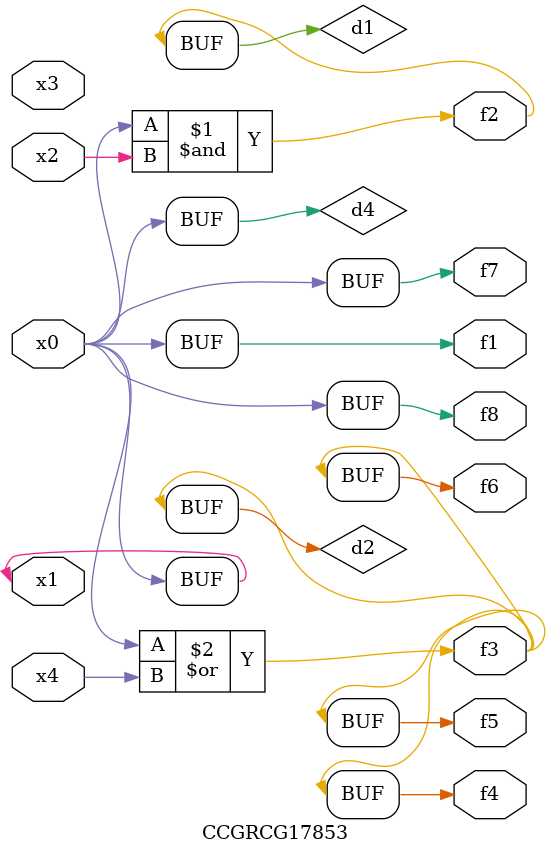
<source format=v>
module CCGRCG17853(
	input x0, x1, x2, x3, x4,
	output f1, f2, f3, f4, f5, f6, f7, f8
);

	wire d1, d2, d3, d4;

	and (d1, x0, x2);
	or (d2, x0, x4);
	nand (d3, x0, x2);
	buf (d4, x0, x1);
	assign f1 = d4;
	assign f2 = d1;
	assign f3 = d2;
	assign f4 = d2;
	assign f5 = d2;
	assign f6 = d2;
	assign f7 = d4;
	assign f8 = d4;
endmodule

</source>
